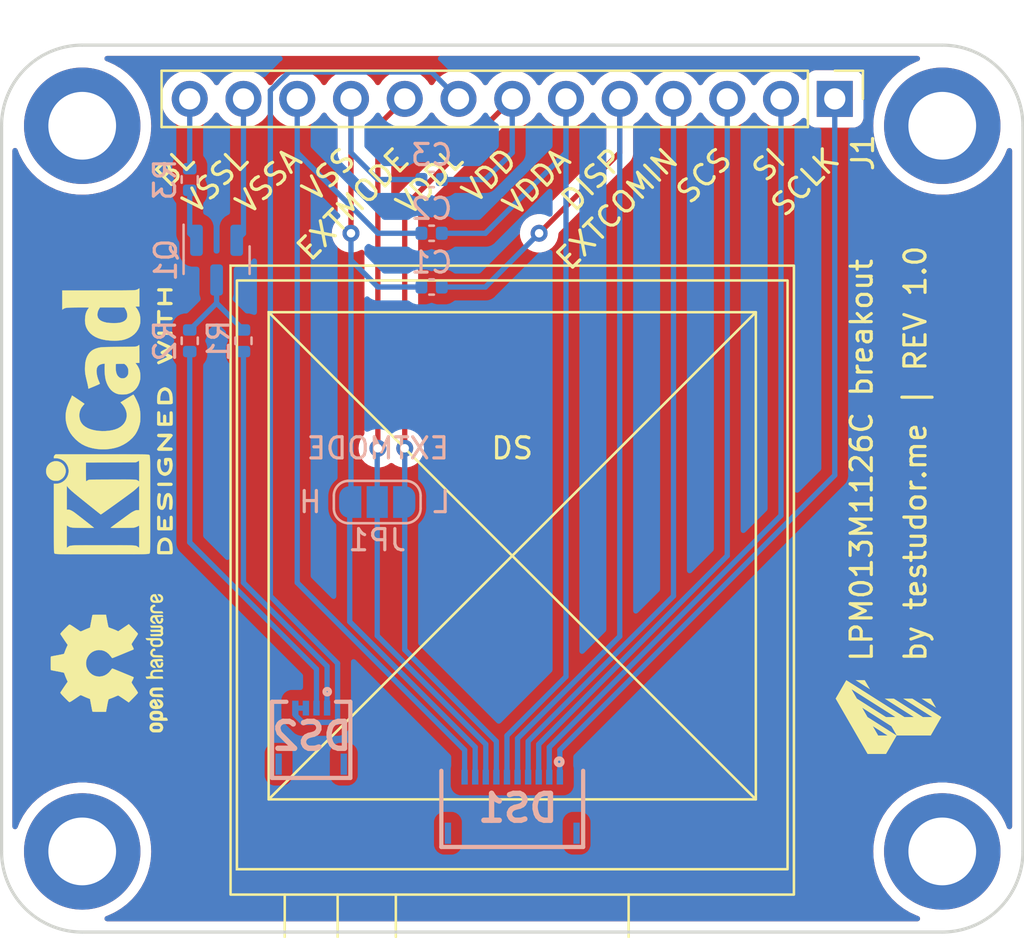
<source format=kicad_pcb>
(kicad_pcb (version 20211014) (generator pcbnew)
  (title_block (comment 4 "AISLER Project ID: OMFMHRET"))
  (layers (0 "F.Cu" signal) (31 "B.Cu" signal) (34 "B.Paste" user) (35 "F.Paste" user) (36 "B.SilkS" user "B.Silkscreen") (37 "F.SilkS" user "F.Silkscreen") (38 "B.Mask" user) (39 "F.Mask" user) (44 "Edge.Cuts" user))
  (net 0 "")
  (net 1 "DISP")
  (net 2 "VSSA")
  (net 3 "VDD")
  (net 4 "SCLK")
  (net 5 "SI")
  (net 6 "SCS")
  (net 7 "EXTCOMIN")
  (net 8 "EXTMODE")
  (net 9 "BL_C")
  (net 10 "Net-(DS2-Pad1)")
  (net 11 "Net-(DS2-Pad2)")
  (net 12 "Net-(Q1-Pad1)")
  (net 13 "BL")
  (net 14 "VSS")
  (net 15 "VDDA")
  (net 16 "VDDL")
  (net 17 "VSSL")
  (footprint "MountingHole:MountingHole_3.2mm_M3_ISO14580_Pad_TopBottom" (layer "F.Cu") (at 130.81 80.01)
    (fp_text reference "MP1" hide)
    (fp_text value "MountingHole_3.2mm_M3_ISO14580_Pad_TopBottom" hide)
    (pad "1" connect circle (at 0 0) (size 5.5 5.5) (layers "F.Cu" "F.Mask"))
    (pad "1" thru_hole circle (at 0 0) (size 3.6 3.6) (drill 3.2) (layers *.Cu *.Mask))
    (pad "1" connect circle (at 0 0) (size 5.5 5.5) (layers "B.Cu" "B.Mask"))
  )
  (footprint "Symbol:KiCad-Logo2_5mm_SilkScreen" (layer "F.Cu") (at 132.08 93.98 90)
    (fp_text reference "LOGO1" hide)
    (fp_text value "KiCad-Logo2_5mm_SilkScreen" hide)
  )
  (footprint "Connector_PinHeader_2.54mm:PinHeader_1x13_P2.54mm_Vertical" (layer "F.Cu") (at 166.37 78.74 -90)
    (fp_text reference "J1" (at 2.54 -1.33 90) (layer "F.SilkS"))
    (fp_text value "Conn_01x13")
    (pad "1" thru_hole rect (at 0 0 270) (size 1.7 1.7) (drill 1) (layers *.Cu *.Mask) (net 4 "SCLK"))
    (pad "2" thru_hole oval (at 0 2.54 270) (size 1.7 1.7) (drill 1) (layers *.Cu *.Mask) (net 5 "SI"))
    (pad "3" thru_hole oval (at 0 5.08 270) (size 1.7 1.7) (drill 1) (layers *.Cu *.Mask) (net 6 "SCS"))
    (pad "4" thru_hole oval (at 0 7.62 270) (size 1.7 1.7) (drill 1) (layers *.Cu *.Mask) (net 7 "EXTCOMIN"))
    (pad "5" thru_hole oval (at 0 10.16 270) (size 1.7 1.7) (drill 1) (layers *.Cu *.Mask) (net 1 "DISP"))
    (pad "6" thru_hole oval (at 0 12.7 270) (size 1.7 1.7) (drill 1) (layers *.Cu *.Mask) (net 15 "VDDA"))
    (pad "7" thru_hole oval (at 0 15.24 270) (size 1.7 1.7) (drill 1) (layers *.Cu *.Mask) (net 3 "VDD"))
    (pad "8" thru_hole oval (at 0 17.78 270) (size 1.7 1.7) (drill 1) (layers *.Cu *.Mask) (net 16 "VDDL"))
    (pad "9" thru_hole oval (at 0 20.32 270) (size 1.7 1.7) (drill 1) (layers *.Cu *.Mask) (net 8 "EXTMODE"))
    (pad "10" thru_hole oval (at 0 22.86 270) (size 1.7 1.7) (drill 1) (layers *.Cu *.Mask) (net 14 "VSS"))
    (pad "11" thru_hole oval (at 0 25.4 270) (size 1.7 1.7) (drill 1) (layers *.Cu *.Mask) (net 2 "VSSA"))
    (pad "12" thru_hole oval (at 0 27.94 270) (size 1.7 1.7) (drill 1) (layers *.Cu *.Mask) (net 17 "VSSL"))
    (pad "13" thru_hole oval (at 0 30.48 270) (size 1.7 1.7) (drill 1) (layers *.Cu *.Mask) (net 13 "BL"))
  )
  (footprint "Symbol:OSHW-Logo2_7.3x6mm_SilkScreen" (layer "F.Cu") (at 132.08 105.41 90)
    (fp_text reference "LOGO2" hide)
    (fp_text value "OSHW-Logo2_7.3x6mm_SilkScreen" hide)
  )
  (footprint "Custom_Symbols:Testudor-Logo_5mm_SilkScreen" (layer "F.Cu") (at 168.91 107.95 90)
    (fp_text reference "LOGO3" hide)
    (fp_text value "Testudor-Logo_5mm_SilkScreen" hide)
  )
  (footprint "Custom_Display:LPM013M126C_silk" (layer "F.Cu") (at 151.13 100.33)
    (fp_text reference "DS" (at 0 -5.08 unlocked) (layer "F.SilkS"))
    (fp_text value "LPM013M126C")
  )
  (footprint "MountingHole:MountingHole_3.2mm_M3_ISO14580_Pad_TopBottom" (layer "F.Cu") (at 171.45 114.3)
    (fp_text reference "MP4" hide)
    (fp_text value "MountingHole_3.2mm_M3_ISO14580_Pad_TopBottom" hide)
    (pad "1" connect circle (at 0 0) (size 5.5 5.5) (layers "F.Cu" "F.Mask"))
    (pad "1" connect circle (at 0 0) (size 5.5 5.5) (layers "B.Cu" "B.Mask"))
    (pad "1" thru_hole circle (at 0 0) (size 3.6 3.6) (drill 3.2) (layers *.Cu *.Mask))
  )
  (footprint "MountingHole:MountingHole_3.2mm_M3_ISO14580_Pad_TopBottom" (layer "F.Cu") (at 171.45 80.01)
    (fp_text reference "MP2" hide)
    (fp_text value "MountingHole_3.2mm_M3_ISO14580_Pad_TopBottom" hide)
    (pad "1" thru_hole circle (at 0 0) (size 3.6 3.6) (drill 3.2) (layers *.Cu *.Mask))
    (pad "1" connect circle (at 0 0) (size 5.5 5.5) (layers "B.Cu" "B.Mask"))
    (pad "1" connect circle (at 0 0) (size 5.5 5.5) (layers "F.Cu" "F.Mask"))
  )
  (footprint "MountingHole:MountingHole_3.2mm_M3_ISO14580_Pad_TopBottom" (layer "F.Cu") (at 130.81 114.3)
    (fp_text reference "MP3" hide)
    (fp_text value "MountingHole_3.2mm_M3_ISO14580_Pad_TopBottom" hide)
    (pad "1" thru_hole circle (at 0 0) (size 3.6 3.6) (drill 3.2) (layers *.Cu *.Mask))
    (pad "1" connect circle (at 0 0) (size 5.5 5.5) (layers "B.Cu" "B.Mask"))
    (pad "1" connect circle (at 0 0) (size 5.5 5.5) (layers "F.Cu" "F.Mask"))
  )
  (footprint "SamacSys_Parts:5034801000" (layer "B.Cu") (at 151.13 110.49 180)
    (fp_text reference "DS1" (at -0.263 -1.762) (layer "B.SilkS") (effects (font (size 1.27 1.27) (thickness 0.254)) (justify mirror)))
    (fp_text value "LPM013M126C_main" hide)
    (pad "1" smd rect locked (at -2.25 -0.3 180) (size 0.3 0.7) (layers "B.Cu" "B.Paste" "B.Mask") (net 4 "SCLK"))
    (pad "2" smd rect locked (at -1.75 -0.3 180) (size 0.3 0.7) (layers "B.Cu" "B.Paste" "B.Mask") (net 5 "SI"))
    (pad "3" smd rect locked (at -1.25 -0.3 180) (size 0.3 0.7) (layers "B.Cu" "B.Paste" "B.Mask") (net 6 "SCS"))
    (pad "4" smd rect locked (at -0.75 -0.3 180) (size 0.3 0.7) (layers "B.Cu" "B.Paste" "B.Mask") (net 7 "EXTCOMIN"))
    (pad "5" smd rect locked (at -0.25 -0.3 180) (size 0.3 0.7) (layers "B.Cu" "B.Paste" "B.Mask") (net 1 "DISP"))
    (pad "6" smd rect locked (at 0.25 -0.3 180) (size 0.3 0.7) (layers "B.Cu" "B.Paste" "B.Mask") (net 15 "VDDA"))
    (pad "7" smd rect locked (at 0.75 -0.3 180) (size 0.3 0.7) (layers "B.Cu" "B.Paste" "B.Mask") (net 3 "VDD"))
    (pad "8" smd rect locked (at 1.25 -0.3 180) (size 0.3 0.7) (layers "B.Cu" "B.Paste" "B.Mask") (net 8 "EXTMODE"))
    (pad "9" smd rect locked (at 1.75 -0.3 180) (size 0.3 0.7) (layers "B.Cu" "B.Paste" "B.Mask") (net 14 "VSS"))
    (pad "10" smd rect locked (at 2.25 -0.3 180) (size 0.3 0.7) (layers "B.Cu" "B.Paste" "B.Mask") (net 2 "VSSA"))
    (pad "11" smd rect locked (at -3.04 -2.95 180) (size 0.3 1) (layers "B.Cu" "B.Paste" "B.Mask"))
    (pad "12" smd rect locked (at 3.04 -2.95 180) (size 0.3 1) (layers "B.Cu" "B.Paste" "B.Mask"))
  )
  (footprint "Resistor_SMD:R_0402_1005Metric" (layer "B.Cu") (at 138.43 90.17 -90)
    (fp_text reference "R1" (at 0 1.17 90) (layer "B.SilkS") (effects (justify mirror)))
    (fp_text value "21")
    (pad "1" smd roundrect (at -0.51 0 270) (size 0.54 0.64) (layers "B.Cu" "B.Paste" "B.Mask") (net 9 "BL_C"))
    (pad "2" smd roundrect (at 0.51 0 270) (size 0.54 0.64) (layers "B.Cu" "B.Paste" "B.Mask") (net 10 "Net-(DS2-Pad1)"))
  )
  (footprint "Jumper:SolderJumper-3_P1.3mm_Open_RoundedPad1.0x1.5mm_NumberLabels" (layer "B.Cu") (at 144.75 97.79)
    (fp_text reference "JP1" (at 0 1.8) (layer "B.SilkS") (effects (justify mirror)))
    (fp_text value "SolderJumper_3_Open")
    (fp_text user "H" (at -2.54 0) (layer "B.SilkS") (effects (justify left mirror)))
    (fp_text user "L" (at 2.54 0) (layer "B.SilkS") (effects (justify right mirror)))
    (pad "1" smd custom (at -1.3 0) (size 1 0.5) (layers "B.Cu" "B.Mask") (net 14 "VSS") (options (clearance outline) (anchor rect)) (primitives (gr_circle (center 0 -0.25) (end 0.5 -0.25) (width 0) (fill yes)) (gr_circle (center 0 0.25) (end 0.5 0.25) (width 0) (fill yes)) (gr_poly (pts (xy 0.55 -0.75) (xy 0 -0.75) (xy 0 0.75) (xy 0.55 0.75)) (width 0) (fill yes))))
    (pad "2" smd rect (at 0 0) (size 1 1.5) (layers "B.Cu" "B.Mask") (net 8 "EXTMODE"))
    (pad "3" smd custom (at 1.3 0) (size 1 0.5) (layers "B.Cu" "B.Mask") (net 3 "VDD") (options (clearance outline) (anchor rect)) (primitives (gr_circle (center 0 -0.25) (end 0.5 -0.25) (width 0) (fill yes)) (gr_circle (center 0 0.25) (end 0.5 0.25) (width 0) (fill yes)) (gr_poly (pts (xy 0 -0.75) (xy -0.55 -0.75) (xy -0.55 0.75) (xy 0 0.75)) (width 0) (fill yes))))
  )
  (footprint "Capacitor_SMD:C_0402_1005Metric" (layer "B.Cu") (at 147.32 82.55 180)
    (fp_text reference "C3" (at 0 1.16) (layer "B.SilkS") (effects (justify mirror)))
    (fp_text value "1.0uF")
    (pad "1" smd roundrect (at -0.48 0 180) (size 0.56 0.62) (layers "B.Cu" "B.Paste" "B.Mask") (net 3 "VDD"))
    (pad "2" smd roundrect (at 0.48 0 180) (size 0.56 0.62) (layers "B.Cu" "B.Paste" "B.Mask") (net 14 "VSS"))
  )
  (footprint "Resistor_SMD:R_0402_1005Metric" (layer "B.Cu") (at 135.89 82.55 -90)
    (fp_text reference "R3" (at 0 1.17 90) (layer "B.SilkS") (effects (justify mirror)))
    (fp_text value "4k")
    (pad "1" smd roundrect (at -0.51 0 270) (size 0.54 0.64) (layers "B.Cu" "B.Paste" "B.Mask") (net 13 "BL"))
    (pad "2" smd roundrect (at 0.51 0 270) (size 0.54 0.64) (layers "B.Cu" "B.Paste" "B.Mask") (net 12 "Net-(Q1-Pad1)"))
  )
  (footprint "Package_TO_SOT_SMD:SOT-23" (layer "B.Cu") (at 137.16 86.36 -90)
    (fp_text reference "Q1" (at 0 2.4 90) (layer "B.SilkS") (effects (justify mirror)))
    (fp_text value "MMBT2222ALT1G")
    (pad "1" smd roundrect (at -0.9375 0.95 270) (size 1.475 0.6) (layers "B.Cu" "B.Paste" "B.Mask") (net 12 "Net-(Q1-Pad1)"))
    (pad "2" smd roundrect (at -0.9375 -0.95 270) (size 1.475 0.6) (layers "B.Cu" "B.Paste" "B.Mask") (net 17 "VSSL"))
    (pad "3" smd roundrect (at 0.9375 0 270) (size 1.475 0.6) (layers "B.Cu" "B.Paste" "B.Mask") (net 9 "BL_C"))
  )
  (footprint "Capacitor_SMD:C_0402_1005Metric" (layer "B.Cu") (at 147.32 87.63 180)
    (fp_text reference "C1" (at 0 1.16) (layer "B.SilkS") (effects (justify mirror)))
    (fp_text value "0.1uF")
    (pad "1" smd roundrect (at -0.48 0 180) (size 0.56 0.62) (layers "B.Cu" "B.Paste" "B.Mask") (net 1 "DISP"))
    (pad "2" smd roundrect (at 0.48 0 180) (size 0.56 0.62) (layers "B.Cu" "B.Paste" "B.Mask") (net 14 "VSS"))
  )
  (footprint "Capacitor_SMD:C_0402_1005Metric" (layer "B.Cu") (at 147.32 85.09 180)
    (fp_text reference "C2" (at 0 1.16) (layer "B.SilkS") (effects (justify mirror)))
    (fp_text value "0.1uF")
    (pad "1" smd roundrect (at -0.48 0 180) (size 0.56 0.62) (layers "B.Cu" "B.Paste" "B.Mask") (net 15 "VDDA"))
    (pad "2" smd roundrect (at 0.48 0 180) (size 0.56 0.62) (layers "B.Cu" "B.Paste" "B.Mask") (net 2 "VSSA"))
  )
  (footprint "SamacSys_Parts:503480-0400" (layer "B.Cu") (at 141.63 107.228 180)
    (fp_text reference "DS2" (at -0.029725 -1.623345) (layer "B.SilkS") (effects (font (size 1.27 1.27) (thickness 0.254)) (justify mirror)))
    (fp_text value "LPM013M126C_backlight" hide)
    (pad "1" smd rect locked (at -0.75 -0.3 180) (size 0.3 0.7) (layers "B.Cu" "B.Paste" "B.Mask") (net 10 "Net-(DS2-Pad1)"))
    (pad "2" smd rect locked (at -0.25 -0.3 180) (size 0.3 0.7) (layers "B.Cu" "B.Paste" "B.Mask") (net 11 "Net-(DS2-Pad2)"))
    (pad "3" smd rect locked (at 0.25 -0.3 180) (size 0.3 0.7) (layers "B.Cu" "B.Paste" "B.Mask") (net 16 "VDDL"))
    (pad "4" smd rect locked (at 0.75 -0.3 180) (size 0.3 0.7) (layers "B.Cu" "B.Paste" "B.Mask") (net 16 "VDDL"))
    (pad "5" smd rect locked (at -1.54 -2.95 180) (size 0.3 1) (layers "B.Cu" "B.Paste" "B.Mask"))
    (pad "6" smd rect locked (at 1.54 -2.95 180) (size 0.3 1) (layers "B.Cu" "B.Paste" "B.Mask"))
  )
  (footprint "Resistor_SMD:R_0402_1005Metric" (layer "B.Cu") (at 135.89 90.17 -90)
    (fp_text reference "R2" (at 0 1.17 90) (layer "B.SilkS") (effects (justify mirror)))
    (fp_text value "21")
    (pad "1" smd roundrect (at -0.51 0 270) (size 0.54 0.64) (layers "B.Cu" "B.Paste" "B.Mask") (net 9 "BL_C"))
    (pad "2" smd roundrect (at 0.51 0 270) (size 0.54 0.64) (layers "B.Cu" "B.Paste" "B.Mask") (net 11 "Net-(DS2-Pad2)"))
  )
  (gr_arc (start 127 80.01) (mid 128.115923 77.315923) (end 130.81 76.2) (layer "Edge.Cuts") (width 0.15))
  (gr_line (start 175.26 80.01) (end 175.26 114.3) (layer "Edge.Cuts") (width 0.15))
  (gr_line (start 130.81 76.2) (end 171.45 76.2) (layer "Edge.Cuts") (width 0.15))
  (gr_arc (start 130.81 118.11) (mid 128.115923 116.994077) (end 127 114.3) (layer "Edge.Cuts") (width 0.15))
  (gr_line (start 130.81 118.11) (end 171.45 118.11) (layer "Edge.Cuts") (width 0.15))
  (gr_line (start 127 80.01) (end 127 114.3) (layer "Edge.Cuts") (width 0.15))
  (gr_arc (start 171.45 76.2) (mid 174.144077 77.315923) (end 175.26 80.01) (layer "Edge.Cuts") (width 0.15))
  (gr_arc (start 175.26 114.3) (mid 174.144077 116.994077) (end 171.45 118.11) (layer "Edge.Cuts") (width 0.15))
  (gr_text "EXTMODE" (at 144.78 95.25) (layer "B.SilkS") (effects (font (size 1 1)) (justify mirror)))
  (gr_text "EXTMODE" (at 146.05 81.28 45) (layer "F.SilkS") (effects (font (size 1 1)) (justify right)))
  (gr_text "SCS" (at 161.29 81.28 45) (layer "F.SilkS") (effects (font (size 1 1)) (justify right)))
  (gr_text "EXTCOMIN" (at 158.75 81.28 45) (layer "F.SilkS") (effects (font (size 1 1)) (justify right)))
  (gr_text "VDDL" (at 148.59 81.28 45) (layer "F.SilkS") (effects (font (size 1 1)) (justify right)))
  (gr_text "by testudor.me | REV 1.0" (at 170.18 105.41 90) (layer "F.SilkS") (effects (font (size 1 1)) (justify left)))
  (gr_text "LPM013M1126C breakout" (at 167.64 105.41 90) (layer "F.SilkS") (effects (font (size 1 1)) (justify left)))
  (gr_text "VDDA" (at 153.67 81.28 45) (layer "F.SilkS") (effects (font (size 1 1)) (justify right)))
  (gr_text "BL" (at 135.89 81.28 45) (layer "F.SilkS") (effects (font (size 1 1)) (justify right)))
  (gr_text "SI" (at 163.83 81.28 45) (layer "F.SilkS") (effects (font (size 1 1)) (justify right)))
  (gr_text "VSS" (at 143.51 81.28 45) (layer "F.SilkS") (effects (font (size 1 1)) (justify right)))
  (gr_text "VSSA" (at 140.97 81.28 45) (layer "F.SilkS") (effects (font (size 1 1)) (justify right)))
  (gr_text "DISP" (at 156.21 81.28 45) (layer "F.SilkS") (effects (font (size 1 1)) (justify right)))
  (gr_text "SCLK" (at 166.37 81.28 45) (layer "F.SilkS") (effects (font (size 1 1)) (justify right)))
  (gr_text "VSSL" (at 138.43 81.28 45) (layer "F.SilkS") (effects (font (size 1 1)) (justify right)))
  (gr_text "VDD" (at 151.13 81.28 45) (layer "F.SilkS") (effects (font (size 1 1)) (justify right)))
  (segment (start 156.21 81.28) (end 156.21 78.74) (width 0.25) (layer "F.Cu") (net 1))
  (segment (start 152.4 85.09) (end 156.21 81.28) (width 0.25) (layer "F.Cu") (net 1))
  (via (at 152.4 85.09) (size 0.8) (drill 0.4) (layers "F.Cu" "B.Cu") (net 1))
  (segment (start 156.21 104.134416) (end 156.21 78.74) (width 0.25) (layer "B.Cu") (net 1))
  (segment (start 151.38 110.79) (end 151.38 108.964416) (width 0.25) (layer "B.Cu") (net 1))
  (segment (start 151.38 108.964416) (end 156.21 104.134416) (width 0.25) (layer "B.Cu") (net 1))
  (segment (start 147.8 87.63) (end 149.86 87.63) (width 0.25) (layer "B.Cu") (net 1))
  (segment (start 149.86 87.63) (end 152.4 85.09) (width 0.25) (layer "B.Cu") (net 1))
  (segment (start 140.97 101.6) (end 140.97 81.28) (width 0.25) (layer "B.Cu") (net 2))
  (segment (start 148.88 109.51) (end 140.97 101.6) (width 0.25) (layer "B.Cu") (net 2))
  (segment (start 140.97 81.28) (end 140.97 78.74) (width 0.25) (layer "B.Cu") (net 2))
  (segment (start 148.88 110.79) (end 148.88 109.51) (width 0.25) (layer "B.Cu") (net 2))
  (segment (start 146.84 85.09) (end 144.78 85.09) (width 0.25) (layer "B.Cu") (net 2))
  (segment (start 144.78 85.09) (end 140.97 81.28) (width 0.25) (layer "B.Cu") (net 2))
  (segment (start 151.13 78.74) (end 146.05 83.82) (width 0.25) (layer "F.Cu") (net 3))
  (segment (start 146.05 83.82) (end 146.05 95.25) (width 0.25) (layer "F.Cu") (net 3))
  (via (at 146.05 95.25) (size 0.8) (drill 0.4) (layers "F.Cu" "B.Cu") (net 3))
  (segment (start 150.38 109.100812) (end 146.05 104.770812) (width 0.25) (layer "B.Cu") (net 3))
  (segment (start 146.05 104.770812) (end 146.05 97.79) (width 0.25) (layer "B.Cu") (net 3))
  (segment (start 150.38 110.79) (end 150.38 109.100812) (width 0.25) (layer "B.Cu") (net 3))
  (segment (start 151.13 81.28) (end 151.13 78.74) (width 0.25) (layer "B.Cu") (net 3))
  (segment (start 146.05 95.25) (end 146.05 97.79) (width 0.25) (layer "B.Cu") (net 3))
  (segment (start 147.8 82.55) (end 149.86 82.55) (width 0.25) (layer "B.Cu") (net 3))
  (segment (start 149.86 82.55) (end 151.13 81.28) (width 0.25) (layer "B.Cu") (net 3))
  (segment (start 153.38 110.79) (end 153.38 109.51) (width 0.25) (layer "B.Cu") (net 4))
  (segment (start 166.37 96.52) (end 166.37 78.74) (width 0.25) (layer "B.Cu") (net 4))
  (segment (start 153.38 109.51) (end 166.37 96.52) (width 0.25) (layer "B.Cu") (net 4))
  (segment (start 152.88 110.79) (end 152.88 109.373604) (width 0.25) (layer "B.Cu") (net 5))
  (segment (start 163.83 98.423604) (end 163.83 78.74) (width 0.25) (layer "B.Cu") (net 5))
  (segment (start 152.88 109.373604) (end 163.83 98.423604) (width 0.25) (layer "B.Cu") (net 5))
  (segment (start 161.29 100.327208) (end 161.29 78.74) (width 0.25) (layer "B.Cu") (net 6))
  (segment (start 152.38 110.79) (end 152.38 109.237208) (width 0.25) (layer "B.Cu") (net 6))
  (segment (start 152.38 109.237208) (end 161.29 100.327208) (width 0.25) (layer "B.Cu") (net 6))
  (segment (start 151.88 110.79) (end 151.88 109.100812) (width 0.25) (layer "B.Cu") (net 7))
  (segment (start 151.88 109.100812) (end 158.75 102.230812) (width 0.25) (layer "B.Cu") (net 7))
  (segment (start 158.75 102.230812) (end 158.75 78.74) (width 0.25) (layer "B.Cu") (net 7))
  (segment (start 146.05 78.74) (end 144.78 80.01) (width 0.25) (layer "F.Cu") (net 8))
  (segment (start 144.78 80.01) (end 144.78 95.25) (width 0.25) (layer "F.Cu") (net 8))
  (via (at 144.78 95.25) (size 0.8) (drill 0.4) (layers "F.Cu" "B.Cu") (net 8))
  (segment (start 144.75 104.107208) (end 144.75 97.79) (width 0.25) (layer "B.Cu") (net 8))
  (segment (start 144.78 95.25) (end 144.75 95.28) (width 0.25) (layer "B.Cu") (net 8))
  (segment (start 149.88 110.79) (end 149.88 109.237208) (width 0.25) (layer "B.Cu") (net 8))
  (segment (start 144.75 95.28) (end 144.75 97.79) (width 0.25) (layer "B.Cu") (net 8))
  (segment (start 149.88 109.237208) (end 144.75 104.107208) (width 0.25) (layer "B.Cu") (net 8))
  (segment (start 137.16 87.2975) (end 137.16 88.39) (width 0.25) (layer "B.Cu") (net 9))
  (segment (start 137.16 88.39) (end 135.89 89.66) (width 0.25) (layer "B.Cu") (net 9))
  (segment (start 137.16 88.39) (end 138.43 89.66) (width 0.25) (layer "B.Cu") (net 9))
  (segment (start 142.38 105.55) (end 138.43 101.6) (width 0.25) (layer "B.Cu") (net 10))
  (segment (start 142.38 107.528) (end 142.38 105.55) (width 0.25) (layer "B.Cu") (net 10))
  (segment (start 138.43 101.6) (end 138.43 90.68) (width 0.25) (layer "B.Cu") (net 10))
  (segment (start 141.88 105.686396) (end 135.89 99.696396) (width 0.25) (layer "B.Cu") (net 11))
  (segment (start 141.88 107.528) (end 141.88 105.686396) (width 0.25) (layer "B.Cu") (net 11))
  (segment (start 135.89 99.696396) (end 135.89 90.68) (width 0.25) (layer "B.Cu") (net 11))
  (segment (start 135.89 85.1025) (end 136.21 85.4225) (width 0.25) (layer "B.Cu") (net 12))
  (segment (start 135.89 83.06) (end 135.89 85.1025) (width 0.25) (layer "B.Cu") (net 12))
  (segment (start 135.89 82.04) (end 135.89 78.74) (width 0.25) (layer "B.Cu") (net 13))
  (segment (start 143.51 85.09) (end 143.51 78.74) (width 0.25) (layer "F.Cu") (net 14))
  (via (at 143.51 85.09) (size 0.8) (drill 0.4) (layers "F.Cu" "B.Cu") (net 14))
  (segment (start 144.78 87.63) (end 143.51 86.36) (width 0.25) (layer "B.Cu") (net 14))
  (segment (start 143.51 97.73) (end 143.45 97.79) (width 0.25) (layer "B.Cu") (net 14))
  (segment (start 143.45 103.443604) (end 143.45 97.79) (width 0.25) (layer "B.Cu") (net 14))
  (segment (start 146.84 87.63) (end 144.78 87.63) (width 0.25) (layer "B.Cu") (net 14))
  (segment (start 149.38 109.373604) (end 143.45 103.443604) (width 0.25) (layer "B.Cu") (net 14))
  (segment (start 144.78 82.55) (end 143.51 81.28) (width 0.25) (layer "B.Cu") (net 14))
  (segment (start 143.51 86.36) (end 143.51 97.73) (width 0.25) (layer "B.Cu") (net 14))
  (segment (start 149.38 110.79) (end 149.38 109.373604) (width 0.25) (layer "B.Cu") (net 14))
  (segment (start 143.51 86.36) (end 143.51 85.09) (width 0.25) (layer "B.Cu") (net 14))
  (segment (start 146.84 82.55) (end 144.78 82.55) (width 0.25) (layer "B.Cu") (net 14))
  (segment (start 143.51 81.28) (end 143.51 78.74) (width 0.25) (layer "B.Cu") (net 14))
  (segment (start 149.86 85.09) (end 153.67 81.28) (width 0.25) (layer "B.Cu") (net 15))
  (segment (start 153.67 81.28) (end 153.67 78.74) (width 0.25) (layer "B.Cu") (net 15))
  (segment (start 153.67 106.03802) (end 150.88 108.82802) (width 0.25) (layer "B.Cu") (net 15))
  (segment (start 153.67 78.74) (end 153.67 106.03802) (width 0.25) (layer "B.Cu") (net 15))
  (segment (start 147.8 85.09) (end 149.86 85.09) (width 0.25) (layer "B.Cu") (net 15))
  (segment (start 150.88 108.82802) (end 150.88 110.79) (width 0.25) (layer "B.Cu") (net 15))
  (segment (start 147.32 77.47) (end 148.59 78.74) (width 0.25) (layer "B.Cu") (net 16))
  (segment (start 139.7 78.348299) (end 140.578299 77.47) (width 0.25) (layer "B.Cu") (net 16))
  (segment (start 142.875 108.183) (end 142.875 105.408604) (width 0.25) (layer "B.Cu") (net 16))
  (segment (start 140.578299 77.47) (end 147.32 77.47) (width 0.25) (layer "B.Cu") (net 16))
  (segment (start 142.875 105.408604) (end 139.7 102.233604) (width 0.25) (layer "B.Cu") (net 16))
  (segment (start 140.88 107.528) (end 140.88 107.86) (width 0.25) (layer "B.Cu") (net 16))
  (segment (start 140.88 107.86) (end 141.223 108.203) (width 0.25) (layer "B.Cu") (net 16))
  (segment (start 141.223 108.203) (end 142.855 108.203) (width 0.25) (layer "B.Cu") (net 16))
  (segment (start 139.7 102.233604) (end 139.7 78.348299) (width 0.25) (layer "B.Cu") (net 16))
  (segment (start 142.855 108.203) (end 142.875 108.183) (width 0.25) (layer "B.Cu") (net 16))
  (segment (start 141.38 107.528) (end 140.88 107.528) (width 0.25) (layer "B.Cu") (net 16))
  (segment (start 138.43 85.1025) (end 138.43 78.74) (width 0.25) (layer "B.Cu") (net 17))
  (segment (start 138.11 85.4225) (end 138.43 85.1025) (width 0.25) (layer "B.Cu") (net 17))
  (zone (net 0) (net_name "") (layer "F.Cu") (connect_pads (clearance 0.508)) (min_thickness 0.254) (fill yes (thermal_gap 0.508) (thermal_bridge_width 0.508))
    (polygon (pts (xy 175.26 118.11) (xy 127 118.11) (xy 127 76.2) (xy 175.26 76.2)))
  )
  (zone (net 0) (net_name "") (layer "B.Cu") (connect_pads (clearance 0.508)) (min_thickness 0.254) (fill yes (thermal_gap 0.508) (thermal_bridge_width 0.508))
    (polygon (pts (xy 175.26 118.11) (xy 127 118.11) (xy 127 76.2) (xy 175.26 76.2)))
  )
)
</source>
